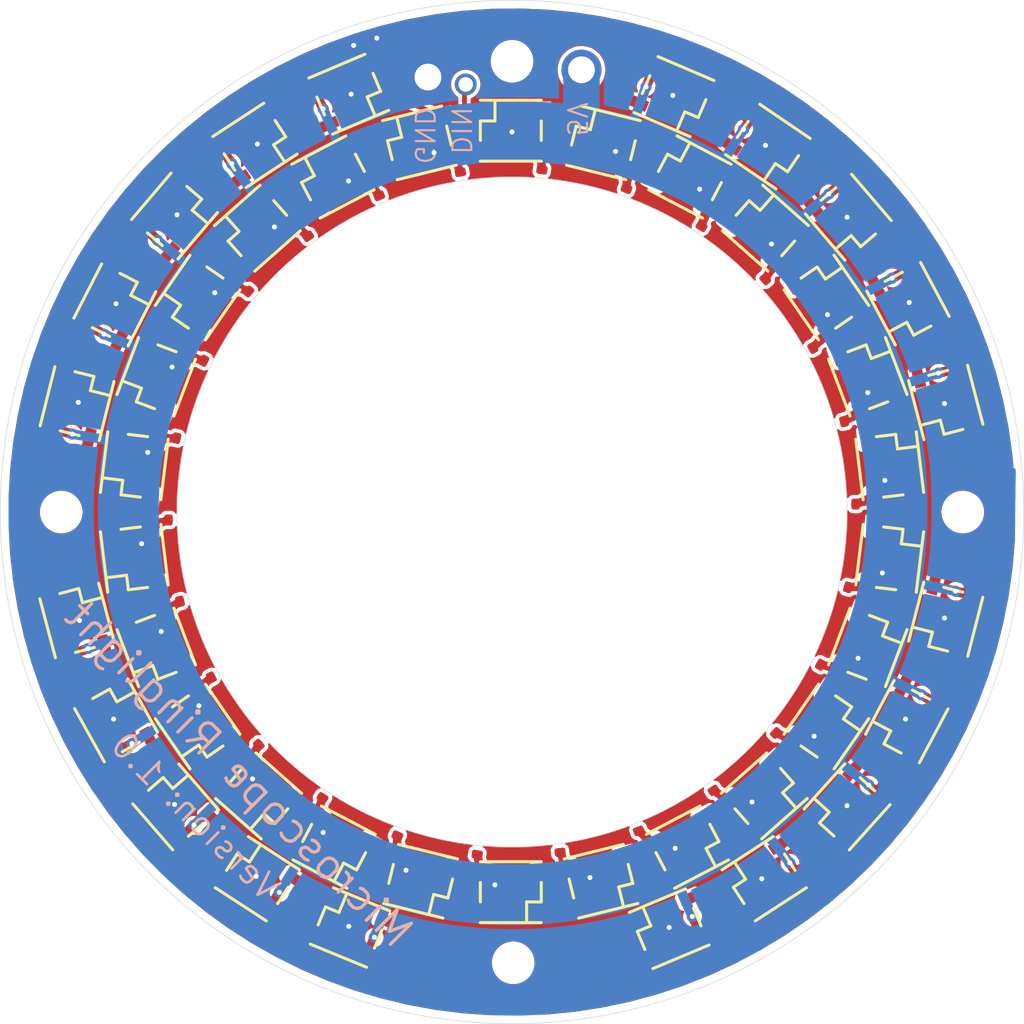
<source format=kicad_pcb>
(kicad_pcb (version 20241229) (generator "pcbnew") (generator_version "9.0")
  (layers (0 "F.Cu" signal) (2 "B.Cu" signal) (13 "F.Paste" user) (15 "B.Paste" user) (5 "F.SilkS" user "F.Silkscreen") (7 "B.SilkS" user "B.Silkscreen") (1 "F.Mask" user) (3 "B.Mask" user) (25 "Edge.Cuts" user))
  (net 0 "")
  (net 1 "Net_0")
  (net 2 "Net_1")
  (net 3 "Net_2")
  (net 4 "Net_3")
  (net 5 "Net_4")
  (net 6 "Net_5")
  (net 7 "Net_6")
  (net 8 "Net_7")
  (net 9 "Net_8")
  (net 10 "Net_9")
  (net 11 "Net_10")
  (net 12 "Net_11")
  (net 13 "Net_12")
  (net 14 "Net_13")
  (net 15 "Net_14")
  (net 16 "Net_15")
  (net 17 "Net_16")
  (net 18 "Net_17")
  (net 19 "Net_18")
  (net 20 "Net_19")
  (net 21 "Net_20")
  (net 22 "Net_21")
  (net 23 "Net_22")
  (net 24 "Net_23")
  (net 25 "Net_24")
  (net 26 "Net_25")
  (net 27 "Net_26")
  (net 28 "Net_27")
  (net 29 "Net_28")
  (net 30 "Net_29")
  (net 31 "Net_30")
  (net 32 "Net_31")
  (net 33 "Net_32")
  (net 34 "Net_33")
  (net 35 "Net_34")
  (net 36 "Net_35")
  (net 37 "Net_36")
  (net 38 "Net_37")
  (net 39 "Net_38")
  (net 40 "Net_39")
  (net 41 "Net_40")
  (net 42 "Net_44")
  (net 43 "Net_45")
  (net 44 "Net_46")
  (net 45 "Net_47")
  (net 46 "Net_48")
  (net 47 "Net_49")
  (net 48 "Net_50")
  (footprint "WS2812B" (layer "F.Cu") (at 177.7011 116.1036 69.24279138)
    (property "Reference" "LED9" (hide yes))
    (property "Value" "WS2812B" (hide yes))
  )
  (footprint "WS2812B" (layer "F.Cu") (at 169.5011 75.0036 -34.20473853)
    (property "Reference" "LED45" (hide yes))
    (property "Value" "WS2812B" (hide yes))
  )
  (footprint "CAP_0402" (layer "F.Cu") (at 169.7011 123.6036 -134.168685)
    (property "Reference" "C19" (hide yes))
    (property "Value" "CAP_0603" (hide yes))
  )
  (footprint "WS2812B" (layer "F.Cu") (at 117.5011 101.2036 -96.93215794)
    (property "Reference" "LED21" (hide yes))
    (property "Value" "WS2812B" (hide yes))
  )
  (footprint "CAP_0402" (layer "F.Cu") (at 120.3011 105.0036 90.00678187)
    (property "Reference" "C46" (hide yes))
    (property "Value" "CAP_0603" (hide yes))
  )
  (footprint "CAP_0402" (layer "F.Cu") (at 112.2011 118.1036 -162.719172)
    (property "Reference" "C34" (hide yes))
    (property "Value" "CAP_0603" (hide yes))
  )
  (footprint "WS2812B" (layer "F.Cu") (at 112.8011 96.1036 75.96847406)
    (property "Reference" "LED31" (hide yes))
    (property "Value" "WS2812B" (hide yes))
  )
  (footprint "WS2812B" (layer "F.Cu") (at 156.0011 74.7036 166.1586024)
    (property "Reference" "LED2" (hide yes))
    (property "Value" "WS2812B" (hide yes))
  )
  (footprint "CAP_0402" (layer "F.Cu") (at 116.3011 126.4036 -150.3604723)
    (property "Reference" "C38" (hide yes))
    (property "Value" "CAP_0603" (hide yes))
  )
  (footprint "CAP_0402" (layer "F.Cu") (at 186.8011 110.5036 -13.78452271)
    (property "Reference" "C37" (hide yes))
    (property "Value" "CAP_0603" (hide yes))
  )
  (footprint "WS2812B" (layer "F.Cu") (at 112.8011 113.9036 104.8177409)
    (property "Reference" "LED32" (hide yes))
    (property "Value" "WS2812B" (hide yes))
  )
  (footprint "WS2812B" (layer "F.Cu") (at 133.9011 132.5036 -27.70166756)
    (property "Reference" "LED16" (hide yes))
    (property "Value" "WS2812B" (hide yes))
  )
  (footprint "CAP_0402" (layer "F.Cu") (at 180.7011 83.7036 29.42795419)
    (property "Reference" "C23" (hide yes))
    (property "Value" "CAP_0603" (hide yes))
  )
  (footprint "CAP_0402" (layer "F.Cu") (at 179.8011 127.4036 -39.83691366)
    (property "Reference" "C11" (hide yes))
    (property "Value" "CAP_0603" (hide yes))
  )
  (footprint "WS2812B" (layer "F.Cu") (at 119.3011 93.9036 -110.7690887)
    (property "Reference" "LED22" (hide yes))
    (property "Value" "WS2812B" (hide yes))
  )
  (footprint "WS2812B" (layer "F.Cu") (at 135.1011 70.7036 22.97560758)
    (property "Reference" "LED27" (hide yes))
    (property "Value" "WS2812B" (hide yes))
  )
  (footprint "WS2812B" (layer "F.Cu") (at 127.6011 81.7036 -138.4715981)
    (property "Reference" "LED24" (hide yes))
    (property "Value" "WS2812B" (hide yes))
  )
  (footprint "WS2812B" (layer "F.Cu") (at 184.1011 96.0036 -75.40613358)
    (property "Reference" "LED42" (hide yes))
    (property "Value" "WS2812B" (hide yes))
  )
  (footprint "CAP_0402" (layer "F.Cu") (at 123.5011 92.0036 63.42642792)
    (property "Reference" "C42" (hide yes))
    (property "Value" "CAP_0603" (hide yes))
  )
  (footprint "CAP_0402" (layer "F.Cu") (at 175.9011 111.8036 -106.0307277)
    (property "Reference" "C10" (hide yes))
    (property "Value" "CAP_0603" (hide yes))
  )
  (footprint "CAP_0402" (layer "F.Cu") (at 184.8011 91.8036 13.54472228)
    (property "Reference" "C9" (hide yes))
    (property "Value" "CAP_0603" (hide yes))
  )
  (footprint "WS2812B" (layer "F.Cu") (at 127.6011 135.1036 146.9702459)
    (property "Reference" "LED35" (hide yes))
    (property "Value" "WS2812B" (hide yes))
  )
  (footprint "CAP_0402" (layer "F.Cu") (at 151.6011 77.0036 -7.321558785)
    (property "Reference" "C25" (hide yes))
    (property "Value" "CAP_0603" (hide yes))
  )
  (footprint "CAP_0402" (layer "F.Cu") (at 165.7011 139.3036 -66.53101733)
    (property "Reference" "C13" (hide yes))
    (property "Value" "CAP_0603" (hide yes))
  )
  (footprint "CAP_0402" (layer "F.Cu") (at 158.3011 131.4036 -158.6683604)
    (property "Reference" "C17" (hide yes))
    (property "Value" "CAP_0603" (hide yes))
  )
  (footprint "CAP_0402" (layer "F.Cu") (at 175.9011 98.2036 -76.71820693)
    (property "Reference" "C7" (hide yes))
    (property "Value" "CAP_0603" (hide yes))
  )
  (footprint "dummyfp0" (layer "F.Cu") (at 148.6011 142.0036)
    (property "Reference" "UNK_HOLE_0" (hide yes))
    (property "Value" "")
  )
  (footprint "dummyfp1" (layer "F.Cu") (at 185.5011 105.0036)
    (property "Reference" "UNK_HOLE_1" (hide yes))
    (property "Value" "")
  )
  (footprint "CAP_0402" (layer "F.Cu") (at 158.5011 78.7036 -21.29599941)
    (property "Reference" "C4" (hide yes))
    (property "Value" "CAP_0603" (hide yes))
  )
  (footprint "WS2812B" (layer "F.Cu") (at 161.8011 70.9036 -23.13519393)
    (property "Reference" "LED46" (hide yes))
    (property "Value" "WS2812B" (hide yes))
  )
  (footprint "CAP_0402" (layer "F.Cu") (at 121.1011 98.3036 77.21263431)
    (property "Reference" "C43" (hide yes))
    (property "Value" "CAP_0603" (hide yes))
  )
  (footprint "dummyfp3" (layer "F.Cu") (at 148.5011 68.0036)
    (property "Reference" "UNK_HOLE_3" (hide yes))
    (property "Value" "")
  )
  (footprint "WS2812B" (layer "F.Cu") (at 133.8011 77.5036 -152.3085288)
    (property "Reference" "LED25" (hide yes))
    (property "Value" "WS2812B" (hide yes))
  )
  (footprint "WS2812B" (layer "F.Cu") (at 141.0011 135.3036 -13.84754807)
    (property "Reference" "LED15" (hide yes))
    (property "Value" "WS2812B" (hide yes))
  )
  (footprint "WS2812B" (layer "F.Cu") (at 127.7011 128.3036 -41.53859831)
    (property "Reference" "LED17" (hide yes))
    (property "Value" "WS2812B" (hide yes))
  )
  (footprint "WS2812B" (layer "F.Cu") (at 155.8011 135.3036 13.84923175)
    (property "Reference" "LED13" (hide yes))
    (property "Value" "WS2812B" (hide yes))
  )
  (footprint "CAP_0402" (layer "F.Cu") (at 122.5011 133.2036 -136.4204092)
    (property "Reference" "C31" (hide yes))
    (property "Value" "CAP_0603" (hide yes))
  )
  (footprint "WS2812B" (layer "F.Cu") (at 181.0011 87.9036 -62.00465075)
    (property "Reference" "LED43" (hide yes))
    (property "Value" "WS2812B" (hide yes))
  )
  (footprint "CAP_0402" (layer "F.Cu") (at 164.5011 128.2036 -146.8482411)
    (property "Reference" "C18" (hide yes))
    (property "Value" "CAP_0603" (hide yes))
  )
  (footprint "WS2812B" (layer "F.Cu") (at 169.2011 128.3036 41.54028198)
    (property "Reference" "LED11" (hide yes))
    (property "Value" "WS2812B" (hide yes))
  )
  (footprint "CAP_0402" (layer "F.Cu") (at 184.3011 119.6036 -27.86209574)
    (property "Reference" "C21" (hide yes))
    (property "Value" "CAP_0603" (hide yes))
  )
  (footprint "CAP_0402" (layer "F.Cu") (at 173.4011 134.3036 -53.88010922)
    (property "Reference" "C12" (hide yes))
    (property "Value" "CAP_0603" (hide yes))
  )
  (footprint "CAP_0402" (layer "F.Cu") (at 173.5011 118.1036 -119.0311401)
    (property "Reference" "C20" (hide yes))
    (property "Value" "CAP_0603" (hide yes))
  )
  (footprint "CAP_0402" (layer "F.Cu") (at 117.0011 82.6036 142.5183638)
    (property "Reference" "C40" (hide yes))
    (property "Value" "CAP_0603" (hide yes))
  )
  (footprint "WS2812B" (layer "F.Cu") (at 135.2011 139.1036 157.6788271)
    (property "Reference" "LED36" (hide yes))
    (property "Value" "WS2812B" (hide yes))
  )
  (footprint "WS2812B" (layer "F.Cu") (at 120.9011 129.2036 130.921698)
    (property "Reference" "LED34" (hide yes))
    (property "Value" "WS2812B" (hide yes))
  )
  (footprint "WS2812B" (layer "F.Cu") (at 148.4011 136.2036)
    (property "Reference" "LED14" (hide yes))
    (property "Value" "WS2812B" (hide yes))
  )
  (footprint "CAP_0402" (layer "F.Cu") (at 167.2011 71.5036 56.82679596)
    (property "Reference" "C1" (hide yes))
    (property "Value" "CAP_0603" (hide yes))
  )
  (footprint "WS2812B" (layer "F.Cu") (at 174.3011 87.4036 124.6191623)
    (property "Reference" "LED5" (hide yes))
    (property "Value" "WS2812B" (hide yes))
  )
  (footprint "WS2812B" (layer "F.Cu") (at 177.7011 93.9036 110.7707724)
    (property "Reference" "LED6" (hide yes))
    (property "Value" "WS2812B" (hide yes))
  )
  (footprint "WS2812B" (layer "F.Cu") (at 117.5011 108.8036 -83.07803846)
    (property "Reference" "LED20" (hide yes))
    (property "Value" "WS2812B" (hide yes))
  )
  (footprint "CAP_0402" (layer "F.Cu") (at 169.7011 86.4036 -49.78919056)
    (property "Reference" "C3" (hide yes))
    (property "Value" "CAP_0603" (hide yes))
  )
  (footprint "WS2812B" (layer "F.Cu") (at 176.0011 129.2036 -132.0200933)
    (property "Reference" "LED39" (hide yes))
    (property "Value" "WS2812B" (hide yes))
  )
  (footprint "WS2812B" (layer "F.Cu") (at 162.9011 132.5036 27.69762165)
    (property "Reference" "LED12" (hide yes))
    (property "Value" "WS2812B" (hide yes))
  )
  (footprint "WS2812B" (layer "F.Cu") (at 115.9011 88.0036 62.84774055)
    (property "Reference" "LED30" (hide yes))
    (property "Value" "WS2812B" (hide yes))
  )
  (footprint "CAP_0402" (layer "F.Cu") (at 138.2011 142.2036 -111.5540409)
    (property "Reference" "C2" (hide yes))
    (property "Value" "CAP_0603" (hide yes))
  )
  (footprint "WS2812B" (layer "F.Cu") (at 122.7011 122.6036 -55.3927178)
    (property "Reference" "LED18" (hide yes))
    (property "Value" "WS2812B" (hide yes))
  )
  (footprint "dummyfp2" (layer "F.Cu") (at 111.5011 105.0036)
    (property "Reference" "UNK_HOLE_2" (hide yes))
    (property "Value" "")
  )
  (footprint "WS2812B" (layer "F.Cu") (at 180.9011 122.2036 -117.9482499)
    (property "Reference" "LED40" (hide yes))
    (property "Value" "WS2812B" (hide yes))
  )
  (footprint "CAP_0402" (layer "F.Cu") (at 138.2011 78.8036 21.85833988)
    (property "Reference" "C28" (hide yes))
    (property "Value" "CAP_0603" (hide yes))
  )
  (footprint "CAP_0402" (layer "F.Cu") (at 176.7011 105.0036 -89.80456297)
    (property "Reference" "C8" (hide yes))
    (property "Value" "CAP_0603" (hide yes))
  )
  (footprint "CAP_0402" (layer "F.Cu") (at 158.8011 67.9036 69.1339294)
    (property "Reference" "C26" (hide yes))
    (property "Value" "CAP_0603" (hide yes))
  )
  (footprint "CAP_0402" (layer "F.Cu") (at 151.8011 133.0036 -173.049601)
    (property "Reference" "C16" (hide yes))
    (property "Value" "CAP_0603" (hide yes))
  )
  (footprint "WS2812B" (layer "F.Cu") (at 169.2011 135.1036 -146.9857509)
    (property "Reference" "LED38" (hide yes))
    (property "Value" "WS2812B" (hide yes))
  )
  (footprint "CAP_0402" (layer "F.Cu") (at 127.3011 123.6036 129.6898388)
    (property "Reference" "C35" (hide yes))
    (property "Value" "CAP_0603" (hide yes))
  )
  (footprint "CAP_0402" (layer "F.Cu") (at 127.3011 86.4036 49.47490561)
    (property "Reference" "C41" (hide yes))
    (property "Value" "CAP_0603" (hide yes))
  )
  (footprint "WS2812B" (layer "F.Cu") (at 161.4011 139.2036 -157.2760729)
    (property "Reference" "LED37" (hide yes))
    (property "Value" "WS2812B" (hide yes))
  )
  (footprint "CAP_0402" (layer "F.Cu") (at 112.6011 90.7036 154.0634634)
    (property "Reference" "C32" (hide yes))
    (property "Value" "CAP_0603" (hide yes))
  )
  (footprint "CAP_0402" (layer "F.Cu") (at 138.5011 131.3036 155.7700358)
    (property "Reference" "C14" (hide yes))
    (property "Value" "CAP_0603" (hide yes))
  )
  (footprint "WS2812B" (layer "F.Cu") (at 169.3011 81.7036 138.4675522)
    (property "Reference" "LED4" (hide yes))
    (property "Value" "WS2812B" (hide yes))
  )
  (footprint "WS2812B" (layer "F.Cu") (at 179.5011 101.2036 96.92811204)
    (property "Reference" "LED7" (hide yes))
    (property "Value" "WS2812B" (hide yes))
  )
  (footprint "CAP_0402" (layer "F.Cu") (at 130.0011 138.7036 -120.4463459)
    (property "Reference" "C39" (hide yes))
    (property "Value" "CAP_0603" (hide yes))
  )
  (footprint "WS2812B" (layer "F.Cu") (at 120.8011 80.7036 49.64106337)
    (property "Reference" "LED29" (hide yes))
    (property "Value" "WS2812B" (hide yes))
  )
  (footprint "WS2812B" (layer "F.Cu") (at 140.9011 74.7036 -166.1626483)
    (property "Reference" "LED26" (hide yes))
    (property "Value" "WS2812B" (hide yes))
  )
  (footprint "WS2812B" (layer "F.Cu") (at 163.1011 77.5036 152.3102125)
    (property "Reference" "LED3" (hide yes))
    (property "Value" "WS2812B" (hide yes))
  )
  (footprint "CAP_0402" (layer "F.Cu") (at 130.8011 70.8036 116.8097475)
    (property "Reference" "C29" (hide yes))
    (property "Value" "CAP_0603" (hide yes))
  )
  (footprint "CAP_0402" (layer "F.Cu") (at 144.9011 77.0036 9.975195213)
    (property "Reference" "C27" (hide yes))
    (property "Value" "CAP_0603" (hide yes))
  )
  (footprint "CAP_0402" (layer "F.Cu") (at 173.5011 92.1036 -61.01916334)
    (property "Reference" "C6" (hide yes))
    (property "Value" "CAP_0603" (hide yes))
  )
  (footprint "CAP_0402" (layer "F.Cu") (at 121.1011 111.7036 103.1447041)
    (property "Reference" "C44" (hide yes))
    (property "Value" "CAP_0603" (hide yes))
  )
  (footprint "CAP_0402" (layer "F.Cu") (at 123.1011 75.8036 124.7165651)
    (property "Reference" "C30" (hide yes))
    (property "Value" "CAP_0603" (hide yes))
  )
  (footprint "CAP_0402" (layer "F.Cu") (at 132.4011 128.1036 147.1822402)
    (property "Reference" "C36" (hide yes))
    (property "Value" "CAP_0603" (hide yes))
  )
  (footprint "CAP_0402" (layer "F.Cu") (at 132.3011 82.0036 35.07647622)
    (property "Reference" "C24" (hide yes))
    (property "Value" "CAP_0603" (hide yes))
  )
  (footprint "WS2812B" (layer "F.Cu") (at 122.7011 87.4036 -124.6174786)
    (property "Reference" "LED23" (hide yes))
    (property "Value" "WS2812B" (hide yes))
  )
  (footprint "WS2812B" (layer "F.Cu") (at 176.1011 80.8036 -49.43395673)
    (property "Reference" "LED44" (hide yes))
    (property "Value" "WS2812B" (hide yes))
  )
  (footprint "CAP_0402" (layer "F.Cu") (at 145.0011 133.0036 170.8044483)
    (property "Reference" "C15" (hide yes))
    (property "Value" "CAP_0603" (hide yes))
  )
  (footprint "CAP_0402" (layer "F.Cu") (at 164.6011 81.9036 -32.3426257)
    (property "Reference" "C5" (hide yes))
    (property "Value" "CAP_0603" (hide yes))
  )
  (footprint "WS2812B" (layer "F.Cu") (at 148.4011 73.7036 180)
    (property "Reference" "LED1" (hide yes))
    (property "Value" "WS2812B" (hide yes))
  )
  (footprint "CAP_0402" (layer "F.Cu") (at 123.5011 118.0036 118.5744575)
    (property "Reference" "C45" (hide yes))
    (property "Value" "CAP_0603" (hide yes))
  )
  (footprint "CAP_0402" (layer "F.Cu") (at 174.9011 76.8036 40.14226496)
    (property "Reference" "C22" (hide yes))
    (property "Value" "CAP_0603" (hide yes))
  )
  (footprint "WS2812B" (layer "F.Cu") (at 184.1011 113.8036 -104.357691)
    (property "Reference" "LED41" (hide yes))
    (property "Value" "WS2812B" (hide yes))
  )
  (footprint "WS2812B" (layer "F.Cu") (at 174.3011 122.6036 55.38867189)
    (property "Reference" "LED10" (hide yes))
    (property "Value" "WS2812B" (hide yes))
  )
  (footprint "WS2812B" (layer "F.Cu") (at 179.5011 108.8036 83.07972213)
    (property "Reference" "LED8" (hide yes))
    (property "Value" "WS2812B" (hide yes))
  )
  (footprint "CAP_0402" (layer "F.Cu") (at 110.2011 99.5036 165.9016133)
    (property "Reference" "C33" (hide yes))
    (property "Value" "CAP_0603" (hide yes))
  )
  (footprint "WS2812B" (layer "F.Cu") (at 116.0011 122.1036 119.124497)
    (property "Reference" "LED33" (hide yes))
    (property "Value" "WS2812B" (hide yes))
  )
  (footprint "WS2812B" (layer "F.Cu") (at 119.3011 116.1036 -69.24110771)
    (property "Reference" "LED19" (hide yes))
    (property "Value" "WS2812B" (hide yes))
  )
  (footprint "WS2812B" (layer "F.Cu") (at 127.4011 74.9036 33.19144507)
    (property "Reference" "LED28" (hide yes))
    (property "Value" "WS2812B" (hide yes))
  )
  (footprint "Lead_1.00mm" (layer "B.Cu") (at 144.7011 69.9036 -90)
    (property "Reference" "DIN0" (hide yes))
    (property "Value" "SMD/RREC2.0X4.0" (hide yes))
  )
  (footprint "Lead_2.00mm" (layer "B.Cu") (at 154.2011 68.7036 -90)
    (property "Reference" "V+0" (hide yes))
    (property "Value" "SMD/RREC2.0X4.0" (hide yes))
  )
  (footprint "Lead_2.00mm" (layer "B.Cu") (at 141.6011 69.3036 -90)
    (property "Reference" "GND0" (hide yes))
    (property "Value" "SMD/RREC2.0X4.0" (hide yes))
  )
  (gr_circle (center 148.5 105) (end 190.5 105) (stroke (width 0.05)) (fill no) (layer "Edge.Cuts"))
  (gr_circle (center 148.5 105) (end 176 105) (stroke (width 0.05)) (fill no) (layer "Edge.Cuts"))
  (gr_text "5V" (at 152.9011 71.2466 -90) (layer "B.SilkS") (effects (font (size 1.5543 1.5543) (thickness 0.1727)) (justify right bottom mirror)))
  (gr_text "DIN" (at 143.4011 71.6206 -90) (layer "B.SilkS") (effects (font (size 1.5543 1.5543) (thickness 0.1727)) (justify right bottom mirror)))
  (gr_text "GND" (at 140.4011 71.6276 -90) (layer "B.SilkS") (effects (font (size 1.5543 1.5543) (thickness 0.1727)) (justify right bottom mirror)))
  (gr_text "Microscope Ringlight" (at 140.85 139.225 -45) (layer "B.SilkS") (effects (font (size 2.4426 2.4426) (thickness 0.2714)) (justify left top mirror)))
  (gr_text "Version: 1.0" (at 129.8 135.65 -45) (layer "B.SilkS") (effects (font (size 1.998 1.998) (thickness 0.222)) (justify left top mirror)))
  (segment (start 167.482467 72.4435) (end 167.9011 72.7036) (width 0.8) (layer "F.Cu") (net 1))
  (segment (start 132.7255 129.1723) (end 132.498967 129.9038) (width 0.8) (layer "F.Cu") (net 1))
  (segment (start 116.491067 125.432633) (end 116.3011 125.1036) (width 0.8) (layer "F.Cu") (net 1))
  (segment (start 128.755767 137.822367) (end 128.6011 137.5036) (width 0.8) (layer "F.Cu") (net 1))
  (segment (start 145.642733 133.107467) (end 145.799167 133.840967) (width 0.7) (layer "F.Cu") (net 1))
  (segment (start 169.6997 85.167233) (end 170.0411 84.5632) (width 0.8) (layer "F.Cu") (net 1))
  (segment (start 150.9564 76.920767) (end 150.906133 76.1725) (width 0.7) (layer "F.Cu") (net 1))
  (segment (start 158.569567 68.510967) (end 159.272967 68.7712) (width 0.7) (layer "F.Cu") (net 1))
  (segment (start 181.308 84.965767) (end 179.7011 85.8036) (width 0.8) (layer "F.Cu") (net 1))
  (segment (start 166.845433 72.047667) (end 167.482467 72.4435) (width 0.7) (layer "F.Cu") (net 1))
  (segment (start 123.812 118.574433) (end 123.265533 119.088067) (width 0.7) (layer "F.Cu") (net 1))
  (segment (start 180.483 84.6873) (end 180.7011 85.1036) (width 0.8) (layer "F.Cu") (net 1))
  (segment (start 173.017933 133.778533) (end 172.379 134.1713) (width 0.7) (layer "F.Cu") (net 1))
  (segment (start 137.7487 141.3079) (end 137.5011 141.2036) (width 0.8) (layer "F.Cu") (net 1))
  (segment (start 132.5011 70.9036) (end 133.0011 71.9036) (width 0.8) (layer "F.Cu") (net 1))
  (segment (start 168.402433 72.261733) (end 167.5011 73.6036) (width 0.8) (layer "F.Cu") (net 1))
  (segment (start 178.808467 127.551933) (end 178.5011 127.9036) (width 0.8) (layer "F.Cu") (net 1))
  (segment (start 150.8511 75.3536) (end 150.0511 75.3536) (width 0.8) (layer "F.Cu") (net 1))
  (segment (start 163.8794 139.3602) (end 163.3011 138.2036) (width 0.8) (layer "F.Cu") (net 1))
  (segment (start 117.5169 82.999133) (end 117.981033 82.409933) (width 0.7) (layer "F.Cu") (net 1))
  (segment (start 110.6063 98.080433) (end 110.7011 98.1036) (width 0.8) (layer "F.Cu") (net 1))
  (segment (start 173.816533 117.535267) (end 174.553867 117.672667) (width 0.7) (layer "F.Cu") (net 1))
  (segment (start 112.5011 116.8036) (end 111.832533 116.6941) (width 0.8) (layer "F.Cu") (net 1))
  (segment (start 170.852667 123.410033) (end 171.5515 123.6828) (width 0.8) (layer "F.Cu") (net 1))
  (segment (start 178.5011 127.9036) (end 178.8669 128.487967) (width 0.8) (layer "F.Cu") (net 1))
  (segment (start 129.681867 137.766633) (end 129.4011 137.6036) (width 0.8) (layer "F.Cu") (net 1))
  (segment (start 117.981033 82.409933) (end 118.3011 82.0036) (width 0.8) (layer "F.Cu") (net 1))
  (segment (start 129.4011 137.6036) (end 128.755767 137.822367) (width 0.8) (layer "F.Cu") (net 1))
  (segment (start 122.3011 132.0036) (end 121.259167 132.135633) (width 0.8) (layer "F.Cu") (net 1))
  (segment (start 113.185633 90.9879) (end 113.4773 90.2969) (width 0.7) (layer "F.Cu") (net 1))
  (segment (start 157.985233 76.8918) (end 157.0011 75.4036) (width 0.8) (layer "F.Cu") (net 1))
  (segment (start 166.2731 128.6933) (end 168.2011 128.8036) (width 0.8) (layer "F.Cu") (net 1))
  (segment (start 150.906133 76.1725) (end 150.8511 75.3536) (width 0.8) (layer "F.Cu") (net 1))
  (segment (start 111.0346 98.939967) (end 111.1011 98.7036) (width 0.8) (layer "F.Cu") (net 1))
  (segment (start 169.281467 85.9072) (end 169.6997 85.167233) (width 0.7) (layer "F.Cu") (net 1))
  (segment (start 131.758567 71.035533) (end 132.2011 70.8036) (width 0.8) (layer "F.Cu") (net 1))
  (segment (start 128.6011 137.5036) (end 129.4061 136.217167) (width 0.8) (layer "F.Cu") (net 1))
  (segment (start 183.2011 120.3036) (end 183.5069 120.812667) (width 0.8) (layer "F.Cu") (net 1))
  (segment (start 118.304167 81.606667) (end 119.4011 82.7036) (width 0.8) (layer "F.Cu") (net 1))
  (segment (start 132.498967 129.9038) (end 133.0011 131.3036) (width 0.8) (layer "F.Cu") (net 1))
  (segment (start 178.158667 103.834733) (end 179.1011 102.4036) (width 0.8) (layer "F.Cu") (net 1))
  (segment (start 164.754433 139.006467) (end 164.3011 139.2036) (width 0.8) (layer "F.Cu") (net 1))
  (segment (start 159.9011 69.0036) (end 160.1964 68.423667) (width 0.8) (layer "F.Cu") (net 1))
  (segment (start 183.378667 119.964333) (end 183.2011 120.3036) (width 0.8) (layer "F.Cu") (net 1))
  (segment (start 179.302 126.9872) (end 178.808467 127.551933) (width 0.7) (layer "F.Cu") (net 1))
  (segment (start 124.447567 74.864033) (end 124.8011 75.4036) (width 0.8) (layer "F.Cu") (net 1))
  (segment (start 145.799167 133.840967) (end 145.9511 134.5536) (width 0.8) (layer "F.Cu") (net 1))
  (segment (start 119.594633 105.9052) (end 118.8438 106.1726) (width 0.8) (layer "F.Cu") (net 1))
  (segment (start 110.7011 98.1036) (end 112.4011 98.6036) (width 0.8) (layer "F.Cu") (net 1))
  (segment (start 174.553867 117.672667) (end 175.2899 117.8098) (width 0.8) (layer "F.Cu") (net 1))
  (segment (start 118.8438 106.1726) (end 118.1011 107.6036) (width 0.8) (layer "F.Cu") (net 1))
  (segment (start 123.4713 76.3379) (end 124.090867 75.915233) (width 0.7) (layer "F.Cu") (net 1))
  (segment (start 115.8011 124.8036) (end 117.3011 124.0036) (width 0.8) (layer "F.Cu") (net 1))
  (segment (start 176.827233 111.107633) (end 177.567933 111.036933) (width 0.8) (layer "F.Cu") (net 1))
  (segment (start 175.761233 77.8694) (end 174.5011 78.9036) (width 0.8) (layer "F.Cu") (net 1))
  (segment (start 131.123733 81.824033) (end 130.529167 81.3145) (width 0.8) (layer "F.Cu") (net 1))
  (segment (start 132.2011 70.8036) (end 132.2014 70.140833) (width 0.8) (layer "F.Cu") (net 1))
  (segment (start 121.259167 132.135633) (end 121.259167 131.845533) (width 0.8) (layer "F.Cu") (net 1))
  (segment (start 113.6011 90.0036) (end 113.314867 89.4306) (width 0.8) (layer "F.Cu") (net 1))
  (segment (start 121.712667 92.1979) (end 120.6011 93.1036) (width 0.8) (layer "F.Cu") (net 1))
  (segment (start 138.4399 141.599067) (end 137.7487 141.3079) (width 0.7) (layer "F.Cu") (net 1))
  (segment (start 120.957233 98.937467) (end 120.207433 98.970667) (width 0.7) (layer "F.Cu") (net 1))
  (segment (start 137.1654 78.4328) (end 136.737267 77.826067) (width 0.8) (layer "F.Cu") (net 1))
  (segment (start 184.169167 91.955833) (end 184.377533 92.676333) (width 0.7) (layer "F.Cu") (net 1))
  (segment (start 167.9011 72.7036) (end 168.402433 72.261733) (width 0.8) (layer "F.Cu") (net 1))
  (segment (start 177.405567 104.102433) (end 178.158667 103.834733) (width 0.8) (layer "F.Cu") (net 1))
  (segment (start 185.080533 93.2169) (end 183.5011 93.6036) (width 0.8) (layer "F.Cu") (net 1))
  (segment (start 164.274667 80.8397) (end 164.5038 80.1031) (width 0.8) (layer "F.Cu") (net 1))
  (segment (start 173.765767 90.926567) (end 174.335133 90.3572) (width 0.8) (layer "F.Cu") (net 1))
  (segment (start 158.906567 131.167167) (end 159.538767 131.7553) (width 0.7) (layer "F.Cu") (net 1))
  (segment (start 165.442233 138.707367) (end 164.754433 139.006467) (width 0.7) (layer "F.Cu") (net 1))
  (segment (start 183.726467 119.299833) (end 183.378667 119.964333) (width 0.7) (layer "F.Cu") (net 1))
  (segment (start 136.840867 140.831333) (end 137.2011 139.9036) (width 0.8) (layer "F.Cu") (net 1))
  (segment (start 165.0453 127.848133) (end 165.745433 128.3301) (width 0.7) (layer "F.Cu") (net 1))
  (segment (start 139.056667 132.319467) (end 139.0172 133.115167) (width 0.8) (layer "F.Cu") (net 1))
  (segment (start 143.674633 75.719767) (end 142.1011 75.5036) (width 0.8) (layer "F.Cu") (net 1))
  (segment (start 126.1827 86.618367) (end 125.450833 86.3247) (width 0.8) (layer "F.Cu") (net 1))
  (segment (start 131.094267 71.383733) (end 131.758567 71.035533) (width 0.7) (layer "F.Cu") (net 1))
  (segment (start 120.207433 98.970667) (end 119.434733 98.970667) (width 0.8) (layer "F.Cu") (net 1))
  (segment (start 160.1964 68.423667) (end 159.5011 70.1036) (width 0.8) (layer "F.Cu") (net 1))
  (segment (start 159.9649 132.181433) (end 161.9011 132.6036) (width 0.8) (layer "F.Cu") (net 1))
  (segment (start 171.5515 123.6828) (end 173.3011 123.4036) (width 0.8) (layer "F.Cu") (net 1))
  (segment (start 184.5011 93.1036) (end 185.080533 93.2169) (width 0.8) (layer "F.Cu") (net 1))
  (segment (start 177.027167 96.7795) (end 177.7011 95.2036) (width 0.8) (layer "F.Cu") (net 1))
  (segment (start 111.832533 116.6941) (end 112.3277 116.6941) (width 0.8) (layer "F.Cu") (net 1))
  (segment (start 120.6345 112.766633) (end 119.9756 113.227833) (width 0.8) (layer "F.Cu") (net 1))
  (segment (start 117.957233 81.502) (end 118.304167 81.606667) (width 0.8) (layer "F.Cu") (net 1))
  (segment (start 170.154 123.137367) (end 170.852667 123.410033) (width 0.7) (layer "F.Cu") (net 1))
  (segment (start 152.740433 133.614867) (end 153.027367 134.288033) (width 0.8) (layer "F.Cu") (net 1))
  (segment (start 176.0806 111.178867) (end 176.827233 111.107633) (width 0.7) (layer "F.Cu") (net 1))
  (segment (start 145.9511 134.5536) (end 147.1011 135.6036) (width 0.8) (layer "F.Cu") (net 1))
  (segment (start 159.272967 68.7712) (end 159.9011 69.0036) (width 0.8) (layer "F.Cu") (net 1))
  (segment (start 173.186167 91.535) (end 173.765767 90.926567) (width 0.7) (layer "F.Cu") (net 1))
  (segment (start 112.3277 116.6941) (end 113.7011 116.2036) (width 0.8) (layer "F.Cu") (net 1))
  (segment (start 115.752167 125.0469) (end 115.8011 124.8036) (width 0.8) (layer "F.Cu") (net 1))
  (segment (start 183.5069 120.812667) (end 182.1011 120.0036) (width 0.8) (layer "F.Cu") (net 1))
  (segment (start 136.737267 77.826067) (end 135.081833 77.826067) (width 0.8) (layer "F.Cu") (net 1))
  (segment (start 175.751767 97.571) (end 176.389033 97.1755) (width 0.7) (layer "F.Cu") (net 1))
  (segment (start 120.301167 105.6536) (end 119.594633 105.9052) (width 0.7) (layer "F.Cu") (net 1))
  (segment (start 186.169833 110.348733) (end 185.999833 111.079233) (width 0.7) (layer "F.Cu") (net 1))
  (segment (start 153.027367 134.288033) (end 154.9011 135.0036) (width 0.8) (layer "F.Cu") (net 1))
  (segment (start 122.667667 119.649967) (end 122.8011 120.9036) (width 0.8) (layer "F.Cu") (net 1))
  (segment (start 137.5011 141.2036) (end 136.840867 141.560467) (width 0.8) (layer "F.Cu") (net 1))
  (segment (start 170.0411 84.5632) (end 169.8011 83.0036) (width 0.8) (layer "F.Cu") (net 1))
  (segment (start 139.0172 133.115167) (end 139.8011 134.4036) (width 0.8) (layer "F.Cu") (net 1))
  (segment (start 137.597833 79.0456) (end 137.1654 78.4328) (width 0.7) (layer "F.Cu") (net 1))
  (segment (start 113.314867 89.4306) (end 113.7011 89.7036) (width 0.8) (layer "F.Cu") (net 1))
  (segment (start 116.3011 125.1036) (end 115.752167 125.0469) (width 0.8) (layer "F.Cu") (net 1))
  (segment (start 177.567933 111.036933) (end 178.9011 110.0036) (width 0.8) (layer "F.Cu") (net 1))
  (segment (start 121.248933 112.336567) (end 120.6345 112.766633) (width 0.7) (layer "F.Cu") (net 1))
  (segment (start 126.9614 125.4439) (end 127.2011 126.9036) (width 0.8) (layer "F.Cu") (net 1))
  (segment (start 139.093833 131.570367) (end 139.056667 132.319467) (width 0.7) (layer "F.Cu") (net 1))
  (segment (start 172.0011 134.4036) (end 172.1545 135.1523) (width 0.8) (layer "F.Cu") (net 1))
  (segment (start 112.821767 117.9105) (end 112.613067 117.190133) (width 0.7) (layer "F.Cu") (net 1))
  (segment (start 175.2011 78.1036) (end 175.761233 77.8694) (width 0.8) (layer "F.Cu") (net 1))
  (segment (start 127.7162 124.1038) (end 127.299067 124.8444) (width 0.7) (layer "F.Cu") (net 1))
  (segment (start 178.8669 128.487967) (end 177.782533 127.4036) (width 0.8) (layer "F.Cu") (net 1))
  (segment (start 164.3011 139.2036) (end 164.2983 139.7791) (width 0.8) (layer "F.Cu") (net 1))
  (segment (start 180.134967 84.022967) (end 180.483 84.6873) (width 0.7) (layer "F.Cu") (net 1))
  (segment (start 123.210333 92.584933) (end 122.4842 92.3973) (width 0.7) (layer "F.Cu") (net 1))
  (segment (start 113.7011 89.7036) (end 115.0011 90.4036) (width 0.8) (layer "F.Cu") (net 1))
  (segment (start 121.259167 131.845533) (end 122.4011 130.7036) (width 0.8) (layer "F.Cu") (net 1))
  (segment (start 176.698867 104.3536) (end 177.405567 104.102433) (width 0.7) (layer "F.Cu") (net 1))
  (segment (start 180.7011 85.1036) (end 181.308 84.965767) (width 0.8) (layer "F.Cu") (net 1))
  (segment (start 157.8955 78.467533) (end 157.938133 77.718733) (width 0.7) (layer "F.Cu") (net 1))
  (segment (start 124.4011 75.7036) (end 124.447567 74.864033) (width 0.8) (layer "F.Cu") (net 1))
  (segment (start 125.450833 86.3247) (end 124.1011 87.0036) (width 0.8) (layer "F.Cu") (net 1))
  (segment (start 130.330467 138.143233) (end 129.681867 137.766633) (width 0.7) (layer "F.Cu") (net 1))
  (segment (start 132.2014 70.140833) (end 132.5011 70.9036) (width 0.8) (layer "F.Cu") (net 1))
  (segment (start 124.090867 75.915233) (end 124.4011 75.7036) (width 0.8) (layer "F.Cu") (net 1))
  (segment (start 119.434733 98.970667) (end 118.6011 100.1036) (width 0.8) (layer "F.Cu") (net 1))
  (segment (start 127.299067 124.8444) (end 126.9614 125.4439) (width 0.8) (layer "F.Cu") (net 1))
  (segment (start 116.866067 126.082133) (end 116.491067 125.432633) (width 0.7) (layer "F.Cu") (net 1))
  (segment (start 143.970567 76.424633) (end 143.674633 75.719767) (width 0.8) (layer "F.Cu") (net 1))
  (segment (start 175.2899 117.8098) (end 176.9011 117.0036) (width 0.8) (layer "F.Cu") (net 1))
  (segment (start 165.745433 128.3301) (end 166.2731 128.6933) (width 0.8) (layer "F.Cu") (net 1))
  (segment (start 176.389033 97.1755) (end 177.027167 96.7795) (width 0.8) (layer "F.Cu") (net 1))
  (segment (start 113.4773 90.2969) (end 113.6011 90.0036) (width 0.8) (layer "F.Cu") (net 1))
  (segment (start 172.1545 135.1523) (end 171.3011 133.8036) (width 0.8) (layer "F.Cu") (net 1))
  (segment (start 124.8011 75.4036) (end 125.5011 76.4036) (width 0.8) (layer "F.Cu") (net 1))
  (segment (start 174.4042 77.222633) (end 174.907333 77.778833) (width 0.7) (layer "F.Cu") (net 1))
  (segment (start 112.613067 117.190133) (end 112.5011 116.8036) (width 0.8) (layer "F.Cu") (net 1))
  (segment (start 172.379 134.1713) (end 172.0011 134.4036) (width 0.8) (layer "F.Cu") (net 1))
  (segment (start 185.999833 111.079233) (end 185.9011 111.5036) (width 0.8) (layer "F.Cu") (net 1))
  (segment (start 115.752167 125.0469) (end 115.752167 125.0469) (width 0.8) (layer "F.Cu") (net 1))
  (segment (start 111.1011 98.7036) (end 110.6063 98.080433) (width 0.8) (layer "F.Cu") (net 1))
  (segment (start 159.538767 131.7553) (end 159.9649 132.181433) (width 0.8) (layer "F.Cu") (net 1))
  (segment (start 110.831533 99.661933) (end 111.0346 98.939967) (width 0.7) (layer "F.Cu") (net 1))
  (segment (start 119.9756 113.227833) (end 119.7011 114.8036) (width 0.8) (layer "F.Cu") (net 1))
  (segment (start 122.4842 92.3973) (end 121.712667 92.1979) (width 0.8) (layer "F.Cu") (net 1))
  (segment (start 126.878733 86.897667) (end 126.1827 86.618367) (width 0.7) (layer "F.Cu") (net 1))
  (segment (start 185.9011 111.5036) (end 186.3071 111.839267) (width 0.8) (layer "F.Cu") (net 1))
  (segment (start 174.335133 90.3572) (end 174.4011 88.8036) (width 0.8) (layer "F.Cu") (net 1))
  (segment (start 164.5038 80.1031) (end 163.9011 78.5036) (width 0.8) (layer "F.Cu") (net 1))
  (segment (start 132.947367 128.455867) (end 132.7255 129.1723) (width 0.7) (layer "F.Cu") (net 1))
  (segment (start 186.3071 111.839267) (end 184.9011 111.5036) (width 0.8) (layer "F.Cu") (net 1))
  (segment (start 184.377533 92.676333) (end 184.5011 93.1036) (width 0.8) (layer "F.Cu") (net 1))
  (segment (start 136.840867 141.560467) (end 136.840867 140.831333) (width 0.8) (layer "F.Cu") (net 1))
  (segment (start 118.3011 82.0036) (end 117.957233 81.502) (width 0.8) (layer "F.Cu") (net 1))
  (segment (start 122.971967 132.7555) (end 122.472633 132.195867) (width 0.7) (layer "F.Cu") (net 1))
  (segment (start 157.938133 77.718733) (end 157.985233 76.8918) (width 0.8) (layer "F.Cu") (net 1))
  (segment (start 164.051933 81.555867) (end 164.274667 80.8397) (width 0.7) (layer "F.Cu") (net 1))
  (segment (start 144.260933 77.1162) (end 143.970567 76.424633) (width 0.7) (layer "F.Cu") (net 1))
  (segment (start 164.2983 139.7791) (end 163.8794 139.3602) (width 0.8) (layer "F.Cu") (net 1))
  (segment (start 152.446333 132.924933) (end 152.740433 133.614867) (width 0.7) (layer "F.Cu") (net 1))
  (segment (start 122.472633 132.195867) (end 122.3011 132.0036) (width 0.8) (layer "F.Cu") (net 1))
  (segment (start 130.529167 81.3145) (end 129.0011 81.6036) (width 0.8) (layer "F.Cu") (net 1))
  (segment (start 174.907333 77.778833) (end 175.2011 78.1036) (width 0.8) (layer "F.Cu") (net 1))
  (segment (start 131.769133 82.377133) (end 131.123733 81.824033) (width 0.7) (layer "F.Cu") (net 1))
  (segment (start 123.265533 119.088067) (end 122.667667 119.649967) (width 0.8) (layer "F.Cu") (net 1))
  (via (at 133.0011 71.9036) (size 0.914) (drill 0.406) (layers "F.Cu" "B.Cu") (net 1))
  (via (at 122.4011 130.7036) (size 0.914) (drill 0.406) (layers "F.Cu" "B.Cu") (net 1))
  (via (at 120.6011 93.1036) (size 0.914) (drill 0.406) (layers "F.Cu" "B.Cu") (net 1))
  (via (at 163.3011 138.2036) (size 0.914) (drill 0.406) (layers "F.Cu" "B.Cu") (net 1))
  (via (at 183.5011 93.6036) (size 0.914) (drill 0.406) (layers "F.Cu" "B.Cu") (net 1))
  (via (at 147.1011 135.6036) (size 0.914) (drill 0.406) (layers "F.Cu" "B.Cu") (net 1))
  (via (at 139.8011 134.4036) (size 0.914) (drill 0.406) (layers "F.Cu" "B.Cu") (net 1))
  (via (at 177.7011 95.2036) (size 0.914) (drill 0.406) (layers "F.Cu" "B.Cu") (net 1))
  (via (at 182.1011 120.0036) (size 0.914) (drill 0.406) (layers "F.Cu" "B.Cu") (net 1))
  (via (at 174.4011 88.8036) (size 0.914) (drill 0.406) (layers "F.Cu" "B.Cu") (net 1))
  (via (at 135.081833 77.826067) (size 0.914) (drill 0.406) (layers "F.Cu" "B.Cu") (net 1))
  (via (at 174.5011 78.9036) (size 0.914) (drill 0.406) (layers "F.Cu" "B.Cu") (net 1))
  (via (at 161.9011 132.6036) (size 0.914) (drill 0.406) (layers "F.Cu" "B.Cu") (net 1))
  (via (at 179.1011 102.4036) (size 0.914) (drill 0.406) (layers "F.Cu" "B.Cu") (net 1))
  (via (at 142.1011 75.5036) (size 0.914) (drill 0.406) (layers "F.Cu" "B.Cu") (net 1))
  (via (at 125.5011 76.4036) (size 0.914) (drill 0.406) (layers "F.Cu" "B.Cu") (net 1))
  (via (at 157.0011 75.4036) (size 0.914) (drill 0.406) (layers "F.Cu" "B.Cu") (net 1))
  (via (at 179.7011 85.8036) (size 0.914) (drill 0.406) (layers "F.Cu" "B.Cu") (net 1))
  (via (at 176.9011 117.0036) (size 0.914) (drill 0.406) (layers "F.Cu" "B.Cu") (net 1))
  (via (at 129.0011 81.6036) (size 0.914) (drill 0.406) (layers "F.Cu" "B.Cu") (net 1))
  (via (at 129.4061 136.217167) (size 0.914) (drill 0.406) (layers "F.Cu" "B.Cu") (net 1))
  (via (at 184.9011 111.5036) (size 0.914) (drill 0.406) (layers "F.Cu" "B.Cu") (net 1))
  (via (at 178.9011 110.0036) (size 0.914) (drill 0.406) (layers "F.Cu" "B.Cu") (net 1))
  (via (at 119.4011 82.7036) (size 0.914) (drill 0.406) (layers "F.Cu" "B.Cu") (net 1))
  (via (at 154.9011 135.0036) (size 0.914) (drill 0.406) (layers "F.Cu" "B.Cu") (net 1))
  (via (at 117.3011 124.0036) (size 0.914) (drill 0.406) (layers "F.Cu" "B.Cu") (net 1))
  (via (at 168.2011 128.8036) (size 0.914) (drill 0.406) (layers "F.Cu" "B.Cu") (net 1))
  (via (at 137.2011 139.9036) (size 0.914) (drill 0.406) (layers "F.Cu" "B.Cu") (net 1))
  (via (at 124.1011 87.0036) (size 0.914) (drill 0.406) (layers "F.Cu" "B.Cu") (net 1))
  (via (at 167.5011 73.6036) (size 0.914) (drill 0.406) (layers "F.Cu" "B.Cu") (net 1))
  (via (at 118.6011 100.1036) (size 0.914) (drill 0.406) (layers "F.Cu" "B.Cu") (net 1))
  (via (at 159.5011 70.1036) (size 0.914) (drill 0.406) (layers "F.Cu" "B.Cu") (net 1))
  (via (at 127.2011 126.9036) (size 0.914) (drill 0.406) (layers "F.Cu" "B.Cu") (net 1))
  (via (at 122.8011 120.9036) (size 0.914) (drill 0.406) (layers "F.Cu" "B.Cu") (net 1))
  (via (at 177.782533 127.4036) (size 0.914) (drill 0.406) (layers "F.Cu" "B.Cu") (net 1))
  (via (at 163.9011 78.5036) (size 0.914) (drill 0.406) (layers "F.Cu" "B.Cu") (net 1))
  (via (at 169.8011 83.0036) (size 0.914) (drill 0.406) (layers "F.Cu" "B.Cu") (net 1))
  (via (at 119.7011 114.8036) (size 0.914) (drill 0.406) (layers "F.Cu" "B.Cu") (net 1))
  (via (at 148.5011 73.8036) (size 0.914) (drill 0.406) (layers "F.Cu" "B.Cu") (net 1))
  (via (at 113.7011 116.2036) (size 0.914) (drill 0.406) (layers "F.Cu" "B.Cu") (net 1))
  (via (at 115.0011 90.4036) (size 0.914) (drill 0.406) (layers "F.Cu" "B.Cu") (net 1))
  (via (at 118.1011 107.6036) (size 0.914) (drill 0.406) (layers "F.Cu" "B.Cu") (net 1))
  (via (at 112.4011 98.6036) (size 0.914) (drill 0.406) (layers "F.Cu" "B.Cu") (net 1))
  (via (at 133.0011 131.3036) (size 0.914) (drill 0.406) (layers "F.Cu" "B.Cu") (net 1))
  (via (at 173.3011 123.4036) (size 0.914) (drill 0.406) (layers "F.Cu" "B.Cu") (net 1))
  (via (at 171.3011 133.8036) (size 0.914) (drill 0.406) (layers "F.Cu" "B.Cu") (net 1))
  (arc (start 148.5011 73.8036) (mid 148.9551 74.8996) (end 150.0511 75.3536) (width 0.8) (layer "F.Cu") (net 1))
  (segment (start 180.1829 94.646467) (end 178.903333 95.926033) (width 0.8) (layer "B.Cu") (net 1))
  (segment (start 133.0011 131.3036) (end 132.511633 132.043733) (width 0.8) (layer "B.Cu") (net 1))
  (segment (start 134.3011 74.9036) (end 137.675667 75.601833) (width 0.8) (layer "B.Cu") (net 1))
  (segment (start 161.9011 132.6036) (end 159.167433 134.608233) (width 0.8) (layer "B.Cu") (net 1))
  (segment (start 122.4011 130.7036) (end 125.1011 128.0036) (width 0.8) (layer "B.Cu") (net 1))
  (segment (start 125.5011 76.4036) (end 127.6011 79.3036) (width 0.8) (layer "B.Cu") (net 1))
  (segment (start 133.0011 71.9036) (end 134.3011 74.9036) (width 0.8) (layer "B.Cu") (net 1))
  (segment (start 169.8011 83.0036) (end 170.631267 82.270433) (width 0.8) (layer "B.Cu") (net 1))
  (segment (start 131.3011 133.2036) (end 129.4061 129.956167) (width 0.8) (layer "B.Cu") (net 1))
  (segment (start 168.2011 128.8036) (end 168.5918 129.3002) (width 0.8) (layer "B.Cu") (net 1))
  (segment (start 137.2011 139.9036) (end 138.5604 136.4083) (width 0.8) (layer "B.Cu") (net 1))
  (segment (start 176.9011 117.0036) (end 177.590133 117.307233) (width 0.8) (layer "B.Cu") (net 1))
  (segment (start 179.1011 102.4036) (end 180.1011 105.0036) (width 0.8) (layer "B.Cu") (net 1))
  (segment (start 118.6011 100.1036) (end 117.406533 99.899733) (width 0.8) (layer "B.Cu") (net 1))
  (segment (start 178.9011 110.0036) (end 179.684567 110.1008) (width 0.8) (layer "B.Cu") (net 1))
  (segment (start 167.5011 73.6036) (end 165.9128 76.065467) (width 0.8) (layer "B.Cu") (net 1))
  (segment (start 139.8011 134.4036) (end 139.566433 135.109933) (width 0.8) (layer "B.Cu") (net 1))
  (segment (start 154.2011 73.205933) (end 153.359233 74.0478) (width 3) (layer "B.Cu") (net 1))
  (segment (start 119.4011 82.7036) (end 122.1011 84.9036) (width 0.8) (layer "B.Cu") (net 1))
  (segment (start 138.5604 136.4083) (end 135.9451 133.793) (width 0.8) (layer "B.Cu") (net 1))
  (segment (start 179.7011 85.8036) (end 175.403767 88.112133) (width 0.8) (layer "B.Cu") (net 1))
  (segment (start 158.1855 73.7468) (end 157.1558 74.7765) (width 0.8) (layer "B.Cu") (net 1))
  (segment (start 125.1011 128.0036) (end 123.991767 124.691033) (width 0.8) (layer "B.Cu") (net 1))
  (segment (start 157.0011 75.4036) (end 157.1558 74.7765) (width 0.8) (layer "B.Cu") (net 1))
  (segment (start 154.2011 68.7036) (end 154.2011 73.205933) (width 3) (layer "B.Cu") (net 1))
  (segment (start 184.9011 111.5036) (end 181.2011 110.7036) (width 0.8) (layer "B.Cu") (net 1))
  (segment (start 183.5011 93.6036) (end 180.1829 94.646467) (width 0.8) (layer "B.Cu") (net 1))
  (segment (start 120.6011 93.1036) (end 119.522233 92.638333) (width 0.8) (layer "B.Cu") (net 1))
  (segment (start 163.3011 138.2036) (end 161.9011 135.0036) (width 0.8) (layer "B.Cu") (net 1))
  (segment (start 129.0011 81.6036) (end 128.3839 80.8525) (width 0.8) (layer "B.Cu") (net 1))
  (segment (start 127.6011 79.3036) (end 131.229867 78.776967) (width 0.8) (layer "B.Cu") (net 1))
  (segment (start 129.4061 136.217167) (end 131.3011 133.2036) (width 0.8) (layer "B.Cu") (net 1))
  (segment (start 127.2011 126.9036) (end 126.570033 127.5151) (width 0.8) (layer "B.Cu") (net 1))
  (segment (start 154.9011 135.0036) (end 153.912167 135.968633) (width 0.8) (layer "B.Cu") (net 1))
  (segment (start 177.7011 95.2036) (end 178.903333 95.926033) (width 0.8) (layer "B.Cu") (net 1))
  (segment (start 135.081833 77.826067) (end 134.292267 77.0365) (width 0.8) (layer "B.Cu") (net 1))
  (segment (start 142.1011 75.5036) (end 141.204667 74.576233) (width 0.8) (layer "B.Cu") (net 1))
  (segment (start 181.2011 110.7036) (end 179.684567 110.1008) (width 0.8) (layer "B.Cu") (net 1))
  (segment (start 147.1011 135.6036) (end 148.5011 136.4036) (width 0.8) (layer "B.Cu") (net 1))
  (segment (start 120.6011 121.9036) (end 119.717 117.699067) (width 0.8) (layer "B.Cu") (net 1))
  (segment (start 180.1011 105.0036) (end 180.1011 104.4036) (width 4) (layer "B.Cu") (net 1))
  (segment (start 115.0011 90.4036) (end 118.3011 91.8036) (width 0.8) (layer "B.Cu") (net 1))
  (segment (start 168.9011 130.8036) (end 164.1099 132.363067) (width 0.8) (layer "B.Cu") (net 1))
  (segment (start 174.5011 78.9036) (end 170.631267 82.270433) (width 0.8) (layer "B.Cu") (net 1))
  (segment (start 171.3011 133.8036) (end 168.9011 130.8036) (width 0.8) (layer "B.Cu") (net 1))
  (segment (start 177.782533 127.4036) (end 174.6011 124.9036) (width 0.8) (layer "B.Cu") (net 1))
  (segment (start 116.0011 99.2036) (end 118.242833 96.204467) (width 0.8) (layer "B.Cu") (net 1))
  (segment (start 174.6011 124.9036) (end 171.386333 126.713967) (width 0.8) (layer "B.Cu") (net 1))
  (segment (start 118.3011 91.8036) (end 120.414833 90.738133) (width 0.8) (layer "B.Cu") (net 1))
  (segment (start 161.9011 135.0036) (end 159.167433 134.608233) (width 0.8) (layer "B.Cu") (net 1))
  (segment (start 117.3011 124.0036) (end 120.6011 121.9036) (width 0.8) (layer "B.Cu") (net 1))
  (segment (start 178.6011 118.3036) (end 175.913567 120.670067) (width 0.8) (layer "B.Cu") (net 1))
  (segment (start 159.5011 70.1036) (end 158.1855 73.7468) (width 0.8) (layer "B.Cu") (net 1))
  (segment (start 173.3011 123.4036) (end 173.8473 123.808533) (width 0.8) (layer "B.Cu") (net 1))
  (segment (start 112.4011 98.6036) (end 116.0011 99.2036) (width 0.8) (layer "B.Cu") (net 1))
  (segment (start 119.7011 114.8036) (end 118.218 113.574433) (width 0.8) (layer "B.Cu") (net 1))
  (segment (start 149.5011 73.8036) (end 148.7011 73.8036) (width 4) (layer "B.Cu") (net 1))
  (segment (start 117.3011 114.9036) (end 118.218 113.574433) (width 0.8) (layer "B.Cu") (net 1))
  (segment (start 118.1011 107.6036) (end 117.0011 104.9036) (width 0.8) (layer "B.Cu") (net 1))
  (segment (start 122.1011 84.9036) (end 124.6604 84.464967) (width 0.8) (layer "B.Cu") (net 1))
  (segment (start 163.9011 78.5036) (end 164.3374 77.640867) (width 0.8) (layer "B.Cu") (net 1))
  (segment (start 182.1011 120.0036) (end 178.6011 118.3036) (width 0.8) (layer "B.Cu") (net 1))
  (segment (start 113.7011 116.2036) (end 117.3011 114.9036) (width 0.8) (layer "B.Cu") (net 1))
  (segment (start 165.9128 76.065467) (end 164.3374 77.640867) (width 0.8) (layer "B.Cu") (net 1))
  (segment (start 122.8011 120.9036) (end 121.774667 121.575367) (width 0.8) (layer "B.Cu") (net 1))
  (segment (start 124.1011 87.0036) (end 123.164367 86.3198) (width 0.8) (layer "B.Cu") (net 1))
  (segment (start 174.4011 88.8036) (end 175.403767 88.112133) (width 0.8) (layer "B.Cu") (net 1))
  (arc (start 148.5011 136.4036) (mid 151.216051 136.303268) (end 153.912167 135.968633) (width 5) (layer "B.Cu") (net 1))
  (arc (start 137.675667 75.601833) (mid 135.962754 76.269139) (end 134.292267 77.0365) (width 5) (layer "B.Cu") (net 1))
  (arc (start 121.774667 121.575367) (mid 122.835902 123.166869) (end 123.991767 124.691033) (width 5) (layer "B.Cu") (net 1))
  (arc (start 170.631267 82.270433) (mid 167.632706 79.753938) (end 164.3374 77.640867) (width 5) (layer "B.Cu") (net 1))
  (arc (start 123.164367 86.3198) (mid 121.697035 88.471363) (end 120.414833 90.738133) (width 5) (layer "B.Cu") (net 1))
  (arc (start 141.204667 74.576233) (mid 139.425006 75.036865) (end 137.675667 75.601833) (width 5) (layer "B.Cu") (net 1))
  (arc (start 159.167433 134.608233) (mid 161.687278 133.592662) (end 164.1099 132.363067) (width 5) (layer "B.Cu") (net 1))
  (arc (start 123.991767 124.691033) (mid 125.238 126.142233) (end 126.570033 127.5151) (width 5) (layer "B.Cu") (net 1))
  (arc (start 120.414833 90.738133) (mid 119.952499 91.680701) (end 119.522233 92.638333) (width 5) (layer "B.Cu") (net 1))
  (arc (start 124.6604 84.464967) (mid 123.894617 85.378054) (end 123.164367 86.3198) (width 5) (layer "B.Cu") (net 1))
  (arc (start 119.717 117.699067) (mid 120.678234 119.673101) (end 121.774667 121.575367) (width 5) (layer "B.Cu") (net 1))
  (arc (start 178.903333 95.926033) (mid 177.428204 91.896075) (end 175.403767 88.112133) (width 5) (layer "B.Cu") (net 1))
  (arc (start 132.511633 132.043733) (mid 134.201588 132.970927) (end 135.9451 133.793) (width 5) (layer "B.Cu") (net 1))
  (arc (start 179.684567 110.1008) (mid 179.996767 107.560693) (end 180.1011 105.0036) (width 5) (layer "B.Cu") (net 1))
  (arc (start 153.359233 74.0478) (mid 151.434028 73.8647) (end 149.5011 73.8036) (width 5) (layer "B.Cu") (net 1))
  (arc (start 134.292267 77.0365) (mid 132.736401 77.863333) (end 131.229867 78.776967) (width 5) (layer "B.Cu") (net 1))
  (arc (start 135.9451 133.793) (mid 137.735607 134.506902) (end 139.566433 135.109933) (width 5) (layer "B.Cu") (net 1))
  (arc (start 164.1099 132.363067) (mid 166.417163 130.928669) (end 168.5918 129.3002) (width 5) (layer "B.Cu") (net 1))
  (arc (start 129.4061 129.956167) (mid 130.927841 131.046105) (end 132.511633 132.043733) (width 5) (layer "B.Cu") (net 1))
  (arc (start 128.3839 80.8525) (mid 126.446701 82.580966) (end 124.6604 84.464967) (width 5) (layer "B.Cu") (net 1))
  (arc (start 153.912167 135.968633) (mid 156.569251 135.402204) (end 159.167433 134.608233) (width 5) (layer "B.Cu") (net 1))
  (arc (start 171.386333 126.713967) (mid 172.660905 125.298594) (end 173.8473 123.808533) (width 5) (layer "B.Cu") (net 1))
  (arc (start 175.403767 88.112133) (mid 173.198202 85.043669) (end 170.631267 82.270433) (width 5) (layer "B.Cu") (net 1))
  (arc (start 175.913567 120.670067) (mid 176.802206 119.013755) (end 177.590133 117.307233) (width 5) (layer "B.Cu") (net 1))
  (arc (start 119.522233 92.638333) (mid 118.828197 94.401906) (end 118.242833 96.204467) (width 5) (layer "B.Cu") (net 1))
  (arc (start 157.1558 74.7765) (mid 155.269036 74.352134) (end 153.359233 74.0478) (width 5) (layer "B.Cu") (net 1))
  (arc (start 118.218 113.574433) (mid 118.895564 115.662893) (end 119.717 117.699067) (width 5) (layer "B.Cu") (net 1))
  (arc (start 139.566433 135.109933) (mid 143.987182 136.078502) (end 148.5011 136.4036) (width 5) (layer "B.Cu") (net 1))
  (arc (start 126.570033 127.5151) (mid 127.951801 128.777768) (end 129.4061 129.956167) (width 5) (layer "B.Cu") (net 1))
  (arc (start 131.229867 78.776967) (mid 129.777468 79.774399) (end 128.3839 80.8525) (width 5) (layer "B.Cu") (net 1))
  (arc (start 164.3374 77.640867) (mid 160.837437 75.980935) (end 157.1558 74.7765) (width 5) (layer "B.Cu") (net 1))
  (arc (start 117.0011 104.9036) (mid 117.306801 109.281506) (end 118.218 113.574433) (width 5) (layer "B.Cu") (net 1))
  (arc (start 118.242833 96.204467) (mid 117.768369 98.039355) (end 117.406533 99.899733) (width 5) (layer "B.Cu") (net 1))
  (arc (start 168.5918 129.3002) (mid 170.028295 128.049471) (end 171.386333 126.713967) (width 5) (layer "B.Cu") (net 1))
  (arc (start 180.1011 104.4036) (mid 179.800165 100.12272) (end 178.903333 95.926033) (width 5) (layer "B.Cu") (net 1))
  (arc (start 173.8473 123.808533) (mid 174.927429 122.27024) (end 175.913567 120.670067) (width 5) (layer "B.Cu") (net 1))
  (arc (start 148.5011 73.8036) (mid 144.83002 73.974001) (end 141.204667 74.576233) (width 5) (layer "B.Cu") (net 1))
  (arc (start 117.406533 99.899733) (mid 117.102699 102.393474) (end 117.0011 104.9036) (width 5) (layer "B.Cu") (net 1))
  (arc (start 177.590133 117.307233) (mid 178.853407 113.76681) (end 179.684567 110.1008) (width 5) (layer "B.Cu") (net 1))
  (segment (start 159.032633 67.296233) (end 157.393733 67.296233) (width 0.4) (layer "F.Cu") (net 2))
  (segment (start 154.016967 72.5154) (end 155.3893 72.5154) (width 0.4) (layer "F.Cu") (net 2))
  (segment (start 155.2011 65.1036) (end 151.1011 65.1036) (width 0.4) (layer "F.Cu") (net 2))
  (segment (start 157.7011 67.0036) (end 158.74 67.0036) (width 0.4) (layer "F.Cu") (net 2))
  (segment (start 155.3893 72.5154) (end 156.8011 71.1036) (width 0.4) (layer "F.Cu") (net 2))
  (segment (start 157.393733 67.296233) (end 155.2011 65.1036) (width 0.4) (layer "F.Cu") (net 2))
  (segment (start 150.5011 64.5036) (end 146.4011 64.5036) (width 0.4) (layer "F.Cu") (net 2))
  (segment (start 156.8011 67.9036) (end 157.7011 67.0036) (width 0.4) (layer "F.Cu") (net 2))
  (segment (start 156.8011 71.1036) (end 156.8011 67.9036) (width 0.4) (layer "F.Cu") (net 2))
  (segment (start 146.4011 64.5036) (end 141.6011 69.3036) (width 0.4) (layer "F.Cu") (net 2))
  (segment (start 158.74 67.0036) (end 159.032633 67.296233) (width 0.4) (layer "F.Cu") (net 2))
  (segment (start 151.1011 65.1036) (end 150.5011 64.5036) (width 0.4) (layer "F.Cu") (net 2))
  (via (at 121.0011 80.6036) (size 0.914) (drill 0.406) (layers "F.Cu" "B.Cu") (net 2))
  (via (at 169.0011 135.1036) (size 0.914) (drill 0.406) (layers "F.Cu" "B.Cu") (net 2))
  (via (at 115.8011 122.0036) (size 0.914) (drill 0.406) (layers "F.Cu" "B.Cu") (net 2))
  (via (at 161.4011 139.1036) (size 0.914) (drill 0.406) (layers "F.Cu" "B.Cu") (net 2))
  (via (at 184.0011 96.1036) (size 0.914) (drill 0.406) (layers "F.Cu" "B.Cu") (net 2))
  (via (at 116.0011 87.9036) (size 0.914) (drill 0.406) (layers "F.Cu" "B.Cu") (net 2))
  (via (at 176.0011 80.8036) (size 0.914) (drill 0.406) (layers "F.Cu" "B.Cu") (net 2))
  (via (at 181.1011 87.8036) (size 0.914) (drill 0.406) (layers "F.Cu" "B.Cu") (net 2))
  (via (at 127.6011 74.8036) (size 0.914) (drill 0.406) (layers "F.Cu" "B.Cu") (net 2))
  (via (at 135.5011 66.7036) (size 0.914) (drill 0.406) (layers "F.Cu" "B.Cu") (net 2))
  (via (at 180.8011 122.0036) (size 0.914) (drill 0.406) (layers "F.Cu" "B.Cu") (net 2))
  (via (at 112.9011 96.0036) (size 0.914) (drill 0.406) (layers "F.Cu" "B.Cu") (net 2))
  (via (at 120.8011 129.0036) (size 0.914) (drill 0.406) (layers "F.Cu" "B.Cu") (net 2))
  (via (at 169.3011 74.9036) (size 0.914) (drill 0.406) (layers "F.Cu" "B.Cu") (net 2))
  (via (at 184.0011 113.7036) (size 0.914) (drill 0.406) (layers "F.Cu" "B.Cu") (net 2))
  (via (at 176.0011 129.1036) (size 0.914) (drill 0.406) (layers "F.Cu" "B.Cu") (net 2))
  (via (at 135.1011 139.0036) (size 0.914) (drill 0.406) (layers "F.Cu" "B.Cu") (net 2))
  (via (at 161.7011 70.8036) (size 0.914) (drill 0.406) (layers "F.Cu" "B.Cu") (net 2))
  (via (at 137.4011 66.1036) (size 0.914) (drill 0.406) (layers "F.Cu" "B.Cu") (net 2))
  (via (at 113.0011 113.9036) (size 0.914) (drill 0.406) (layers "F.Cu" "B.Cu") (net 2))
  (via (at 135.3011 70.7036) (size 0.914) (drill 0.406) (layers "F.Cu" "B.Cu") (net 2))
  (via (at 127.5011 134.9036) (size 0.914) (drill 0.406) (layers "F.Cu" "B.Cu") (net 2))
  (segment (start 151.771767 72.0536) (end 150.8511 72.0536) (width 0.4) (layer "F.Cu") (net 3))
  (segment (start 153.4011 75.1036) (end 152.7011 73.9036) (width 0.4) (layer "F.Cu") (net 3))
  (segment (start 152.7011 73.9036) (end 151.771767 72.0536) (width 0.4) (layer "F.Cu") (net 3))
  (segment (start 153.2275 75.719567) (end 153.4011 75.1036) (width 0.4) (layer "F.Cu") (net 3))
  (segment (start 160.6011 77.0036) (end 159.8011 74.0036) (width 0.4) (layer "F.Cu") (net 4))
  (segment (start 159.8011 74.0036) (end 158.7747 73.687633) (width 0.4) (layer "F.Cu") (net 4))
  (segment (start 160.164967 77.826167) (end 160.6011 77.0036) (width 0.4) (layer "F.Cu") (net 4))
  (segment (start 166.9011 80.7036) (end 167.0011 77.8036) (width 0.4) (layer "F.Cu") (net 5))
  (segment (start 167.0011 77.8036) (end 166.037233 77.181033) (width 0.4) (layer "F.Cu") (net 5))
  (segment (start 166.373067 81.3143) (end 166.9011 80.7036) (width 0.4) (layer "F.Cu") (net 5))
  (segment (start 171.551333 86.324767) (end 172.1011 85.9036) (width 0.4) (layer "F.Cu") (net 6))
  (segment (start 172.1011 85.9036) (end 173.0011 82.9036) (width 0.4) (layer "F.Cu") (net 6))
  (segment (start 173.0011 82.9036) (end 172.229133 82.0929) (width 0.4) (layer "F.Cu") (net 6))
  (segment (start 176.0011 91.9036) (end 177.7011 89.4036) (width 0.4) (layer "F.Cu") (net 7))
  (segment (start 175.2895 92.197967) (end 176.0011 91.9036) (width 0.4) (layer "F.Cu") (net 7))
  (segment (start 177.7011 89.4036) (end 177.050867 88.482433) (width 0.4) (layer "F.Cu") (net 7))
  (segment (start 180.5011 96.7036) (end 180.1127 95.609233) (width 0.4) (layer "F.Cu") (net 8))
  (segment (start 177.567633 98.970533) (end 178.3011 98.9036) (width 0.4) (layer "F.Cu") (net 8))
  (segment (start 178.3011 98.9036) (end 180.5011 96.7036) (width 0.4) (layer "F.Cu") (net 8))
  (segment (start 181.5011 104.5036) (end 181.434567 103.436667) (width 0.4) (layer "F.Cu") (net 9))
  (segment (start 178.158333 106.172633) (end 178.9011 106.3036) (width 0.4) (layer "F.Cu") (net 9))
  (segment (start 178.9011 106.3036) (end 181.5011 104.5036) (width 0.4) (layer "F.Cu") (net 9))
  (segment (start 180.7011 112.5036) (end 180.843867 111.434567) (width 0.4) (layer "F.Cu") (net 10))
  (segment (start 177.7011 113.5036) (end 180.7011 112.5036) (width 0.4) (layer "F.Cu") (net 10))
  (segment (start 177.0265 113.227867) (end 177.7011 113.5036) (width 0.4) (layer "F.Cu") (net 10))
  (segment (start 174.334733 119.649967) (end 174.9011 120.1036) (width 0.4) (layer "F.Cu") (net 11))
  (segment (start 177.9011 119.9036) (end 178.3757 118.979333) (width 0.4) (layer "F.Cu") (net 11))
  (segment (start 174.9011 120.1036) (end 177.9011 119.9036) (width 0.4) (layer "F.Cu") (net 11))
  (segment (start 118.7011 111.1036) (end 116.6011 113.4036) (width 0.4) (layer "F.Cu") (net 12))
  (segment (start 116.6011 113.4036) (end 116.889833 114.397467) (width 0.4) (layer "F.Cu") (net 12))
  (segment (start 119.434333 111.0369) (end 118.7011 111.1036) (width 0.4) (layer "F.Cu") (net 12))
  (segment (start 121.1011 118.0036) (end 119.4011 120.7036) (width 0.4) (layer "F.Cu") (net 13))
  (segment (start 119.4011 120.7036) (end 119.951567 121.5242) (width 0.4) (layer "F.Cu") (net 13))
  (segment (start 121.712367 117.809733) (end 121.1011 118.0036) (width 0.4) (layer "F.Cu") (net 13))
  (segment (start 124.0011 127.2036) (end 124.7731 127.914) (width 0.4) (layer "F.Cu") (net 14))
  (segment (start 124.8011 124.1036) (end 124.0011 127.2036) (width 0.4) (layer "F.Cu") (net 14))
  (segment (start 125.450633 123.683) (end 124.8011 124.1036) (width 0.4) (layer "F.Cu") (net 14))
  (segment (start 130.1011 132.3036) (end 130.9649 132.825567) (width 0.4) (layer "F.Cu") (net 15))
  (segment (start 130.1011 129.3036) (end 130.1011 132.3036) (width 0.4) (layer "F.Cu") (net 15))
  (segment (start 130.6291 128.6932) (end 130.1011 129.3036) (width 0.4) (layer "F.Cu") (net 15))
  (segment (start 136.5011 132.9036) (end 137.2011 136.0036) (width 0.4) (layer "F.Cu") (net 16))
  (segment (start 137.2011 136.0036) (end 138.2274 136.319267) (width 0.4) (layer "F.Cu") (net 16))
  (segment (start 136.8373 132.181633) (end 136.5011 132.9036) (width 0.4) (layer "F.Cu") (net 16))
  (segment (start 144.9011 137.8036) (end 145.9511 137.8536) (width 0.4) (layer "F.Cu") (net 17))
  (segment (start 143.7748 134.287933) (end 143.5011 135.0036) (width 0.4) (layer "F.Cu") (net 17))
  (segment (start 143.5011 135.0036) (end 144.9011 137.8036) (width 0.4) (layer "F.Cu") (net 17))
  (segment (start 152.8011 137.7036) (end 153.817267 137.4921) (width 0.4) (layer "F.Cu") (net 18))
  (segment (start 150.9011 135.3036) (end 152.8011 137.7036) (width 0.4) (layer "F.Cu") (net 18))
  (segment (start 150.8511 134.5536) (end 150.9011 135.3036) (width 0.4) (layer "F.Cu") (net 18))
  (segment (start 158.0011 134.0036) (end 160.5011 135.6036) (width 0.4) (layer "F.Cu") (net 19))
  (segment (start 160.5011 135.6036) (end 161.498767 135.1033) (width 0.4) (layer "F.Cu") (net 19))
  (segment (start 157.784933 133.1151) (end 158.0011 134.0036) (width 0.4) (layer "F.Cu") (net 19))
  (segment (start 164.303433 129.9039) (end 164.7011 130.6036) (width 0.4) (layer "F.Cu") (net 20))
  (segment (start 164.7011 130.6036) (end 167.6011 131.9036) (width 0.4) (layer "F.Cu") (net 20))
  (segment (start 167.6011 131.9036) (end 168.4615 131.163333) (width 0.4) (layer "F.Cu") (net 20))
  (segment (start 116.3011 97.4036) (end 116.158867 98.572367) (width 0.4) (layer "F.Cu") (net 21))
  (segment (start 119.3011 96.5036) (end 116.3011 97.4036) (width 0.4) (layer "F.Cu") (net 21))
  (segment (start 119.9751 96.7795) (end 119.3011 96.5036) (width 0.4) (layer "F.Cu") (net 21))
  (segment (start 122.0011 89.9036) (end 119.1011 90.0036) (width 0.4) (layer "F.Cu") (net 22))
  (segment (start 119.1011 90.0036) (end 118.6271 91.0277) (width 0.4) (layer "F.Cu") (net 22))
  (segment (start 122.667167 90.3572) (end 122.0011 89.9036) (width 0.4) (layer "F.Cu") (net 22))
  (segment (start 126.8609 84.563167) (end 126.4011 84.0036) (width 0.4) (layer "F.Cu") (net 23))
  (segment (start 126.4011 84.0036) (end 123.4011 83.6036) (width 0.4) (layer "F.Cu") (net 23))
  (segment (start 123.4011 83.6036) (end 122.735033 84.45) (width 0.4) (layer "F.Cu") (net 23))
  (segment (start 129.1011 78.2036) (end 128.3413 78.844033) (width 0.4) (layer "F.Cu") (net 24))
  (segment (start 132.1011 79.5036) (end 129.1011 78.2036) (width 0.4) (layer "F.Cu") (net 24))
  (segment (start 132.3985 80.103167) (end 132.1011 79.5036) (width 0.4) (layer "F.Cu") (net 24))
  (segment (start 136.2011 74.4036) (end 135.2037 74.904033) (width 0.4) (layer "F.Cu") (net 25))
  (segment (start 138.916833 76.891667) (end 138.7011 76.2036) (width 0.4) (layer "F.Cu") (net 25))
  (segment (start 138.7011 76.2036) (end 136.2011 74.4036) (width 0.4) (layer "F.Cu") (net 25))
  (segment (start 142.885367 72.515533) (end 140.0011 71.4036) (width 0.4) (layer "F.Cu") (net 26))
  (segment (start 138.5011 68.1036) (end 137.9011 67.8036) (width 0.4) (layer "F.Cu") (net 26))
  (segment (start 140.0011 71.4036) (end 138.5011 68.1036) (width 0.4) (layer "F.Cu") (net 26))
  (segment (start 137.9011 67.8036) (end 136.7127 68.228167) (width 0.4) (layer "F.Cu") (net 26))
  (segment (start 133.4895 73.179033) (end 132.5011 73.6036) (width 0.4) (layer "F.Cu") (net 27))
  (segment (start 129.5011 71.6036) (end 128.5481 72.181567) (width 0.4) (layer "F.Cu") (net 27))
  (segment (start 132.5011 73.6036) (end 129.5011 71.6036) (width 0.4) (layer "F.Cu") (net 27))
  (segment (start 121.8011 77.0036) (end 121.130367 77.7682) (width 0.4) (layer "F.Cu") (net 28))
  (segment (start 125.4011 78.2036) (end 121.8011 77.0036) (width 0.4) (layer "F.Cu") (net 28))
  (segment (start 126.2541 77.625633) (end 125.4011 78.2036) (width 0.4) (layer "F.Cu") (net 28))
  (segment (start 119.8011 84.4036) (end 116.0011 84.1036) (width 0.4) (layer "F.Cu") (net 29))
  (segment (start 116.0011 84.1036) (end 115.551 85.0706) (width 0.4) (layer "F.Cu") (net 29))
  (segment (start 120.471833 83.639) (end 119.8011 84.4036) (width 0.4) (layer "F.Cu") (net 29))
  (segment (start 180.8011 126.1036) (end 181.2104 125.141167) (width 0.4) (layer "F.Cu") (net 30))
  (segment (start 177.2011 125.4036) (end 180.8011 126.1036) (width 0.4) (layer "F.Cu") (net 30))
  (segment (start 176.4153 126.278967) (end 177.2011 125.4036) (width 0.4) (layer "F.Cu") (net 30))
  (segment (start 171.3011 131.8036) (end 174.9011 132.9036) (width 0.4) (layer "F.Cu") (net 31))
  (segment (start 170.3565 132.385133) (end 171.3011 131.8036) (width 0.4) (layer "F.Cu") (net 31))
  (segment (start 174.9011 132.9036) (end 175.5869 132.128233) (width 0.4) (layer "F.Cu") (net 31))
  (segment (start 167.2011 138.4036) (end 168.0457 137.822067) (width 0.4) (layer "F.Cu") (net 32))
  (segment (start 163.023533 136.735267) (end 164.0011 136.3036) (width 0.4) (layer "F.Cu") (net 32))
  (segment (start 164.0011 136.3036) (end 167.2011 138.4036) (width 0.4) (layer "F.Cu") (net 32))
  (segment (start 153.0011 143.7036) (end 159.778667 141.671933) (width 0.4) (layer "F.Cu") (net 33))
  (segment (start 138.0942 138.507733) (end 143.9011 140.8036) (width 0.4) (layer "F.Cu") (net 33))
  (arc (start 143.9011 140.8036) (mid 147.295299 145.880422) (end 153.0011 143.7036) (width 0.4) (layer "F.Cu") (net 33))
  (segment (start 131.3011 139.2036) (end 132.308 139.699467) (width 0.4) (layer "F.Cu") (net 34))
  (segment (start 131.5011 135.7036) (end 131.3011 139.2036) (width 0.4) (layer "F.Cu") (net 34))
  (segment (start 130.554533 135.0557) (end 131.5011 135.7036) (width 0.4) (layer "F.Cu") (net 34))
  (segment (start 124.5011 130.9036) (end 123.7011 134.5036) (width 0.4) (layer "F.Cu") (net 35))
  (segment (start 123.7011 134.5036) (end 124.647667 135.1515) (width 0.4) (layer "F.Cu") (net 35))
  (segment (start 123.752667 129.974033) (end 124.5011 130.9036) (width 0.4) (layer "F.Cu") (net 35))
  (segment (start 119.2011 124.5036) (end 117.3011 127.6036) (width 0.4) (layer "F.Cu") (net 36))
  (segment (start 117.3011 127.6036) (end 118.049533 128.433167) (width 0.4) (layer "F.Cu") (net 36))
  (segment (start 118.634933 123.440767) (end 119.2011 124.5036) (width 0.4) (layer "F.Cu") (net 36))
  (segment (start 115.3011 116.9036) (end 112.8011 119.8036) (width 0.4) (layer "F.Cu") (net 37))
  (segment (start 115.0228 115.850133) (end 115.3011 116.9036) (width 0.4) (layer "F.Cu") (net 37))
  (segment (start 112.8011 119.8036) (end 113.367267 120.766433) (width 0.4) (layer "F.Cu") (net 37))
  (segment (start 110.0011 109.2036) (end 110.5794 111.957067) (width 0.4) (layer "F.Cu") (net 38))
  (segment (start 113.4011 100.4036) (end 112.6011 100.9036) (width 0.4) (layer "F.Cu") (net 38))
  (segment (start 113.807867 98.880567) (end 113.4011 100.4036) (width 0.4) (layer "F.Cu") (net 38))
  (arc (start 112.6011 100.9036) (mid 107.776659 103.949557) (end 110.0011 109.2036) (width 0.4) (layer "F.Cu") (net 38))
  (segment (start 170.5011 126.0036) (end 173.6011 126.4036) (width 0.4) (layer "F.Cu") (net 39))
  (segment (start 173.6011 126.4036) (end 174.267467 125.557233) (width 0.4) (layer "F.Cu") (net 39))
  (segment (start 169.9407 125.443867) (end 170.5011 126.0036) (width 0.4) (layer "F.Cu") (net 39))
  (segment (start 118.843333 103.834833) (end 118.1011 103.7036) (width 0.4) (layer "F.Cu") (net 40))
  (segment (start 115.5011 105.5036) (end 115.567867 106.5703) (width 0.4) (layer "F.Cu") (net 40))
  (segment (start 118.1011 103.7036) (end 115.5011 105.5036) (width 0.4) (layer "F.Cu") (net 40))
  (segment (start 145.9511 75.3536) (end 146.458267 75.638067) (width 0.4) (layer "F.Cu") (net 41))
  (segment (start 146.458267 75.638067) (end 145.8736 75.414167) (width 0.4) (layer "F.Cu") (net 41))
  (segment (start 144.6011 73.506367) (end 144.6011 69.9036) (width 0.4) (layer "F.Cu") (net 41))
  (segment (start 144.6011 69.9036) (end 144.7011 69.9036) (width 0.4) (layer "F.Cu") (net 41))
  (arc (start 144.6011 73.506367) (mid 144.933416 74.662991) (end 145.8736 75.414167) (width 0.4) (layer "F.Cu") (net 41))
  (segment (start 165.6011 70.8036) (end 164.702367 70.3489) (width 0.4) (layer "F.Cu") (net 42))
  (segment (start 166.5473 74.990933) (end 165.7011 74.4036) (width 0.4) (layer "F.Cu") (net 42))
  (segment (start 165.7011 74.4036) (end 165.6011 70.8036) (width 0.4) (layer "F.Cu") (net 42))
  (segment (start 172.6011 79.3036) (end 173.3011 75.6036) (width 0.4) (layer "F.Cu") (net 43))
  (segment (start 173.3011 75.6036) (end 172.4549 75.016267) (width 0.4) (layer "F.Cu") (net 43))
  (segment (start 173.254367 80.015467) (end 172.6011 79.3036) (width 0.4) (layer "F.Cu") (net 43))
  (segment (start 177.9011 85.6036) (end 179.6011 82.4036) (width 0.4) (layer "F.Cu") (net 44))
  (segment (start 179.6011 82.4036) (end 178.947833 81.591733) (width 0.4) (layer "F.Cu") (net 44))
  (segment (start 178.394133 86.5148) (end 177.9011 85.6036) (width 0.4) (layer "F.Cu") (net 44))
  (segment (start 181.6011 93.1036) (end 184.0011 90.3036) (width 0.4) (layer "F.Cu") (net 45))
  (segment (start 184.0011 90.3036) (end 183.608067 89.2924) (width 0.4) (layer "F.Cu") (net 45))
  (segment (start 181.887033 94.0484) (end 181.6011 93.1036) (width 0.4) (layer "F.Cu") (net 45))
  (segment (start 183.5011 109.7036) (end 184.8011 109.1036) (width 0.4) (layer "F.Cu") (net 46))
  (segment (start 187.4011 101.2036) (end 186.315167 97.9588) (width 0.4) (layer "F.Cu") (net 46))
  (segment (start 183.110167 111.020967) (end 183.5011 109.7036) (width 0.4) (layer "F.Cu") (net 46))
  (arc (start 184.8011 109.1036) (mid 189.029637 106.117423) (end 187.4011 101.2036) (width 0.4) (layer "F.Cu") (net 46))
  (segment (start 115.8011 91.9036) (end 112.0011 92.3036) (width 0.4) (layer "F.Cu") (net 47))
  (segment (start 116.2512 90.9366) (end 115.8011 91.9036) (width 0.4) (layer "F.Cu") (net 47))
  (segment (start 112.0011 92.3036) (end 111.794333 93.326633) (width 0.4) (layer "F.Cu") (net 47))
  (segment (start 180.5918 119.266033) (end 181.1011 118.3036) (width 0.4) (layer "F.Cu") (net 48))
  (segment (start 181.1011 118.3036) (end 184.8011 117.6036) (width 0.4) (layer "F.Cu") (net 48))
  (segment (start 184.8011 117.6036) (end 185.092033 116.586233) (width 0.4) (layer "F.Cu") (net 48))
  (zone (net 2) (net_name "Net_1") (layer "F.Cu") (priority 5) (connect_pads yes (clearance 0.3)) (min_thickness 0.15) (fill yes (thermal_gap 0.5) (thermal_bridge_width 0.5))
    (polygon (pts (xy 151.372067 63.763666) (xy 153.659534 63.986967) (xy 155.931034 64.337034) (xy 158.1796 64.8128) (xy 160.398233 65.412799) (xy 162.5801 66.135166) (xy 164.718433 66.977666) (xy 166.806667 67.9377) (xy 168.8383 69.0123) (xy 170.807067 70.198167) (xy 172.7069 71.4916) (xy 174.531933 72.888633) (xy 176.276467 74.384934) (xy 177.935166 75.975867) (xy 179.5029 77.6565) (xy 180.9748 79.4217) (xy 182.346301 81.265933) (xy 183.613233 83.183567) (xy 184.7716 85.168633) (xy 185.817867 87.215033) (xy 186.7488 89.3164) (xy 187.5615 91.466233) (xy 188.253467 93.657934) (xy 188.822567 95.8847) (xy 189.267033 98.139633) (xy 189.5855 100.4158) (xy 189.680576 101.553118) (xy 189.84243 101.559129) (xy 189.77707 107.299772) (xy 189.5855 109.591367) (xy 189.267033 111.867534) (xy 188.822567 114.122467) (xy 188.253467 116.349233) (xy 187.5615 118.540933) (xy 186.7488 120.690767) (xy 185.817867 122.792133) (xy 184.7716 124.838534) (xy 183.613234 126.8236) (xy 182.346334 128.741233) (xy 180.974801 130.585467) (xy 179.502933 132.350667) (xy 177.9352 134.031334) (xy 176.2765 135.622233) (xy 174.531967 137.118533) (xy 172.706934 138.515566) (xy 170.8071 139.809) (xy 168.838334 140.994867) (xy 166.8067 142.069466) (xy 164.718466 143.029533) (xy 162.580133 143.872034) (xy 160.398266 144.594401) (xy 158.179634 145.1944) (xy 155.931067 145.670166) (xy 153.659567 146.020233) (xy 151.3721 146.243534) (xy 149.075767 146.339367) (xy 146.777667 146.3074) (xy 144.484867 146.1478) (xy 142.2045 145.861) (xy 139.9436 145.447934) (xy 137.709133 144.909833) (xy 135.508033 144.2484) (xy 133.3471 143.465666) (xy 131.232966 142.564034) (xy 129.172267 141.546333) (xy 127.171266 140.415633) (xy 125.236233 139.175534) (xy 123.3731 137.829767) (xy 121.5876 136.382567) (xy 119.885333 134.838333) (xy 118.2715 133.201934) (xy 116.7511 131.478333) (xy 115.328833 129.672933) (xy 114.0091 127.791266) (xy 112.796 125.839167) (xy 111.693266 123.822667) (xy 110.704266 121.747967) (xy 109.832133 119.621567) (xy 109.0795 117.449933) (xy 108.4487 115.239867) (xy 107.941734 112.998133) (xy 107.560133 110.7317) (xy 107.305067 108.447566) (xy 107.177333 106.1528) (xy 107.177333 103.854434) (xy 107.305067 101.559667) (xy 107.560133 99.275533) (xy 107.941734 97.0091) (xy 108.4487 94.767366) (xy 109.079467 92.5573) (xy 109.8321 90.385666) (xy 110.704266 88.259233) (xy 111.693233 86.184567) (xy 112.796 84.168066) (xy 114.0091 82.215967) (xy 115.328833 80.3343) (xy 116.751066 78.5289) (xy 118.271467 76.8053) (xy 119.8853 75.168866) (xy 121.5876 73.624667) (xy 123.373066 72.177466) (xy 125.2362 70.8317) (xy 127.171233 69.591567) (xy 129.172233 68.4609) (xy 131.232966 67.443167) (xy 133.347067 66.541534) (xy 135.508 65.7588) (xy 137.7091 65.097367) (xy 139.943566 64.559266) (xy 142.204467 64.1462) (xy 144.484834 63.8594) (xy 146.777633 63.6998) (xy 149.075734 63.667833)))
  )
  (zone (net 2) (net_name "Net_1") (layer "B.Cu") (priority 5) (connect_pads yes (clearance 0.33)) (min_thickness 0.3175) (fill yes (thermal_gap 0.5) (thermal_bridge_width 0.5))
    (polygon (pts (xy 151.372067 63.763666) (xy 153.659533 63.986967) (xy 155.931034 64.337033) (xy 158.1796 64.8128) (xy 160.398234 65.4128) (xy 162.5801 66.135167) (xy 164.718433 66.977667) (xy 166.806666 67.937699) (xy 168.8383 69.0123) (xy 170.807067 70.198166) (xy 172.7069 71.4916) (xy 174.531934 72.888633) (xy 176.276467 74.384933) (xy 177.935167 75.975866) (xy 179.5029 77.6565) (xy 180.9748 79.4217) (xy 182.3463 81.265934) (xy 183.613233 83.183566) (xy 184.7716 85.168634) (xy 185.817866 87.215034) (xy 186.748801 89.3164) (xy 187.5615 91.466233) (xy 188.253467 93.657934) (xy 188.822567 95.8847) (xy 189.267034 98.139633) (xy 189.5855 100.4158) (xy 189.667037 101.391168) (xy 189.844206 101.397672) (xy 189.777185 107.298397) (xy 189.5855 109.591367) (xy 189.267034 111.867533) (xy 188.822567 114.122467) (xy 188.253467 116.349233) (xy 187.5615 118.540934) (xy 186.748801 120.690767) (xy 185.817866 122.792133) (xy 184.7716 124.838533) (xy 183.613233 126.8236) (xy 182.346333 128.741233) (xy 180.9748 130.585467) (xy 179.502933 132.350667) (xy 177.9352 134.031334) (xy 176.2765 135.622233) (xy 174.531967 137.118533) (xy 172.706933 138.515567) (xy 170.8071 139.809) (xy 168.838334 140.994867) (xy 166.8067 142.069467) (xy 164.718466 143.029534) (xy 162.580133 143.872033) (xy 160.398267 144.5944) (xy 158.179633 145.1944) (xy 155.931067 145.670167) (xy 153.659566 146.020233) (xy 151.3721 146.243534) (xy 149.075767 146.339367) (xy 146.777667 146.307401) (xy 144.484866 146.1478) (xy 142.2045 145.861) (xy 139.9436 145.447933) (xy 137.709133 144.909834) (xy 135.508034 144.2484) (xy 133.3471 143.465667) (xy 131.232967 142.564034) (xy 129.172267 141.546334) (xy 127.171267 140.415634) (xy 125.236233 139.175534) (xy 123.373099 137.829766) (xy 121.5876 136.382567) (xy 119.885333 134.838333) (xy 118.2715 133.201934) (xy 116.7511 131.478334) (xy 115.328833 129.672933) (xy 114.0091 127.791267) (xy 112.796 125.839167) (xy 111.693267 123.822667) (xy 110.704266 121.747967) (xy 109.832133 119.621567) (xy 109.0795 117.449934) (xy 108.448699 115.239866) (xy 107.941733 112.998133) (xy 107.560133 110.7317) (xy 107.305066 108.447566) (xy 107.177333 106.1528) (xy 107.177333 103.854433) (xy 107.305066 101.559667) (xy 107.560133 99.275533) (xy 107.941733 97.0091) (xy 108.4487 94.767367) (xy 109.079467 92.5573) (xy 109.8321 90.385666) (xy 110.704266 88.259233) (xy 111.693233 86.184566) (xy 112.796 84.168066) (xy 114.0091 82.215966) (xy 115.328833 80.3343) (xy 116.751067 78.5289) (xy 118.271466 76.8053) (xy 119.8853 75.168866) (xy 121.5876 73.624666) (xy 123.373066 72.177466) (xy 125.2362 70.8317) (xy 127.171233 69.591566) (xy 129.172233 68.4609) (xy 131.232967 67.443166) (xy 133.347067 66.541533) (xy 135.508 65.7588) (xy 137.7091 65.097366) (xy 139.943567 64.559267) (xy 142.204466 64.1462) (xy 144.484833 63.8594) (xy 146.777633 63.699799) (xy 149.075734 63.667833)))
  )
)
</source>
